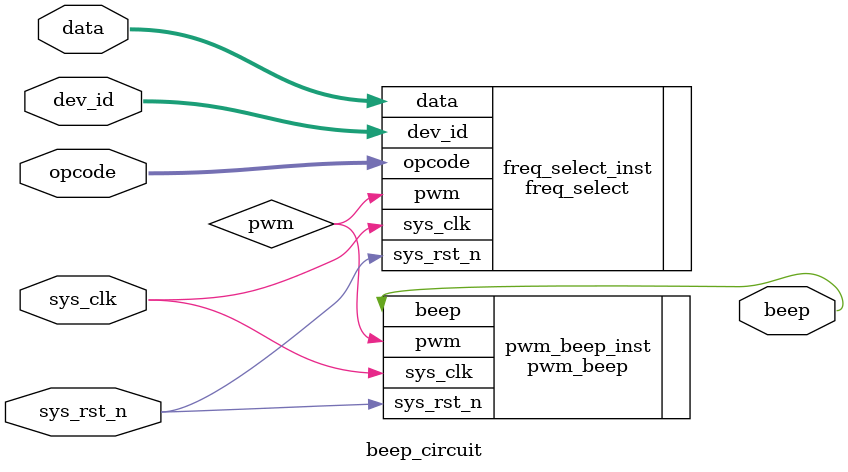
<source format=v>
module beep_circuit(
    input           sys_clk     ,
    input           sys_rst_n   ,
    input   [1: 0]  dev_id      ,
    input   [3: 0]  opcode      ,
    input   [3: 0]  data        ,

    output          beep
);
wire  pwm;

freq_select freq_select_inst(
.sys_clk        (sys_clk),
.sys_rst_n      (sys_rst_n),
.dev_id         (dev_id),
.opcode         (opcode),  
.data           (data),
.pwm            (pwm)
);

pwm_beep    pwm_beep_inst(
.sys_clk        (sys_clk),
.sys_rst_n      (sys_rst_n),
.pwm            (pwm),

.beep           (beep)
);
endmodule
</source>
